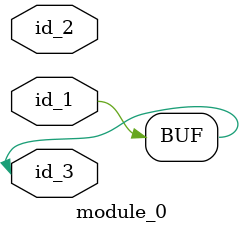
<source format=v>
module module_0 (
    id_1,
    id_2,
    id_3
);
  inout id_3;
  input id_2;
  input id_1;
  assign id_3[1'd0] = id_3;
  always @* begin
    id_3 = id_1;
  end
endmodule

</source>
